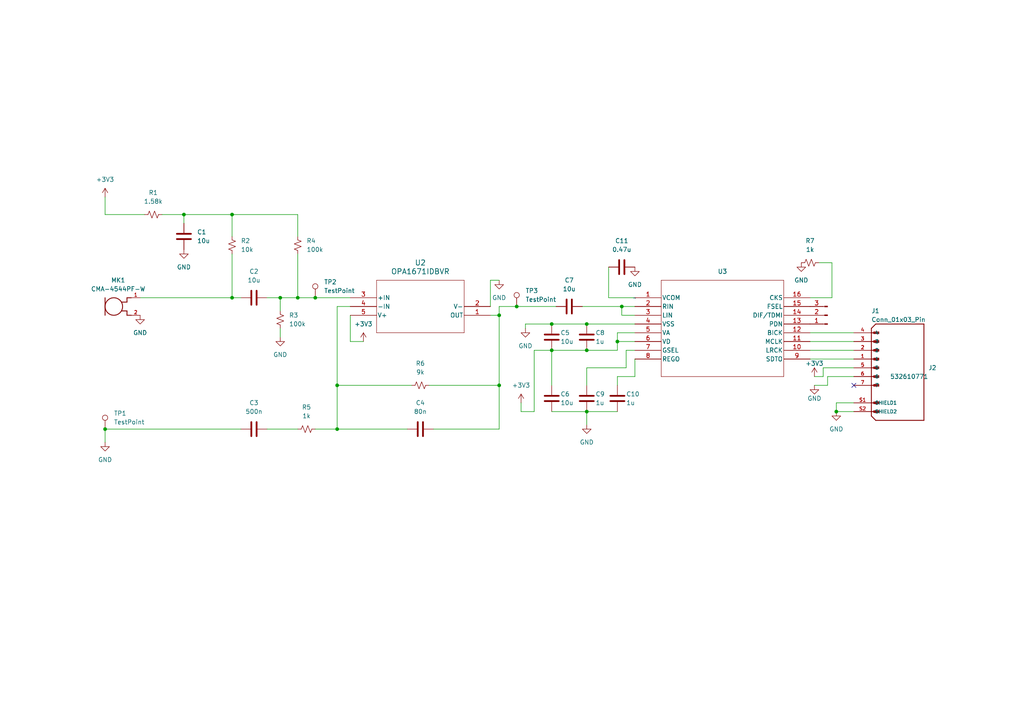
<source format=kicad_sch>
(kicad_sch (version 20230121) (generator eeschema)
  (paper "A4")
  (lib_symbols
    (symbol "2024-02-15_23-46-41:OPA1671IDBVR" (pin_names (offset 0.254))
      (property "Reference" "U" (at 20.32 10.16 0))
      (property "Value" "OPA1671IDBVR" (at 20.32 7.62 0))
      (symbol "OPA1671IDBVR_0_1"
        (polyline (pts (xy 7.62 -10.16) (xy 33.02 -10.16)) (stroke (width 0.127)))
        (polyline (pts (xy 7.62 5.08) (xy 7.62 -10.16)) (stroke (width 0.127)))
        (polyline (pts (xy 33.02 -10.16) (xy 33.02 5.08)) (stroke (width 0.127)))
        (polyline (pts (xy 33.02 5.08) (xy 7.62 5.08)) (stroke (width 0.127)))
        (pin output line (at 0 0 0) (length 7.62) (name "OUT") (number "1"))
        (pin power_in line (at 0 -2.54 0) (length 7.62) (name "V-") (number "2"))
        (pin input line (at 40.64 -5.08 180) (length 7.62) (name "+IN") (number "3"))
        (pin input line (at 40.64 -2.54 180) (length 7.62) (name "-IN") (number "4"))
        (pin power_in line (at 40.64 0 180) (length 7.62) (name "V+") (number "5"))
      )
    )
    (symbol "532610771:532610771" (pin_names (offset 1.016))
      (property "Reference" "J2" (at 8.89 0 0))
      (property "Value" "532610771" (at 8.89 -2.54 0))
      (symbol "532610771_0_0"
        (rectangle (start -6.985 -13.0175) (end -5.3975 -12.3825) (stroke (width 0.1)) (fill (type outline)))
        (rectangle (start -6.985 -10.4775) (end -5.3975 -9.8425) (stroke (width 0.1)) (fill (type outline)))
        (rectangle (start -6.985 -5.3975) (end -5.3975 -4.7625) (stroke (width 0.1)) (fill (type outline)))
        (rectangle (start -6.985 -2.8575) (end -5.3975 -2.2225) (stroke (width 0.1)) (fill (type outline)))
        (rectangle (start -6.985 -0.3175) (end -5.3975 0.3175) (stroke (width 0.1)) (fill (type outline)))
        (rectangle (start -6.985 2.2225) (end -5.3975 2.8575) (stroke (width 0.1)) (fill (type outline)))
        (rectangle (start -6.985 4.7625) (end -5.3975 5.3975) (stroke (width 0.1)) (fill (type outline)))
        (rectangle (start -6.985 7.3025) (end -5.3975 7.9375) (stroke (width 0.1)) (fill (type outline)))
        (rectangle (start -6.985 9.8425) (end -5.3975 10.4775) (stroke (width 0.1)) (fill (type outline)))
        (polyline (pts (xy -7.62 -13.97) (xy -6.35 -15.24)) (stroke (width 0.254)))
        (polyline (pts (xy -7.62 -12.7) (xy -5.715 -12.7)) (stroke (width 0.254)))
        (polyline (pts (xy -7.62 -10.16) (xy -5.715 -10.16)) (stroke (width 0.254)))
        (polyline (pts (xy -7.62 -5.08) (xy -5.715 -5.08)) (stroke (width 0.254)))
        (polyline (pts (xy -7.62 -2.54) (xy -5.715 -2.54)) (stroke (width 0.254)))
        (polyline (pts (xy -7.62 0) (xy -5.715 0)) (stroke (width 0.254)))
        (polyline (pts (xy -7.62 2.54) (xy -5.715 2.54)) (stroke (width 0.254)))
        (polyline (pts (xy -7.62 5.08) (xy -5.715 5.08)) (stroke (width 0.254)))
        (polyline (pts (xy -7.62 7.62) (xy -5.715 7.62)) (stroke (width 0.254)))
        (polyline (pts (xy -7.62 10.16) (xy -5.715 10.16)) (stroke (width 0.254)))
        (polyline (pts (xy -7.62 11.43) (xy -7.62 -13.97)) (stroke (width 0.254)))
        (polyline (pts (xy -7.62 11.43) (xy -6.35 12.7)) (stroke (width 0.254)))
        (polyline (pts (xy -6.35 -15.24) (xy 7.62 -15.24)) (stroke (width 0.254)))
        (polyline (pts (xy 7.62 -15.24) (xy 7.62 12.7)) (stroke (width 0.254)))
        (polyline (pts (xy 7.62 12.7) (xy -6.35 12.7)) (stroke (width 0.254)))
        (pin passive line (at -12.7 0 0) (length 5.08) (name "5") (number "5"))
        (pin passive line (at -12.7 -2.54 0) (length 5.08) (name "6") (number "6"))
        (pin passive line (at -12.7 -5.08 0) (length 5.08) (name "7") (number "7"))
        (pin passive line (at -12.7 -10.16 0) (length 5.08) (name "SHIELD1") (number "S1"))
        (pin passive line (at -12.7 -12.7 0) (length 5.08) (name "SHIELD2") (number "S2"))
      )
      (symbol "532610771_1_0"
        (pin passive line (at -12.7 2.54 0) (length 5.08) (name "1") (number "1"))
        (pin passive line (at -12.7 5.08 0) (length 5.08) (name "2") (number "2"))
        (pin passive line (at -12.7 7.62 0) (length 5.08) (name "3") (number "3"))
        (pin passive line (at -12.7 10.16 0) (length 5.08) (name "4") (number "4"))
      )
    )
    (symbol "ADC:AK5720VT" (pin_names (offset 0.254))
      (property "Reference" "U" (at 25.4 10.16 0))
      (property "Value" "AK5720VT" (at 25.4 7.62 0))
      (symbol "AK5720VT_0_1"
        (polyline (pts (xy 7.62 -22.86) (xy 43.18 -22.86)) (stroke (width 0.127)))
        (polyline (pts (xy 7.62 5.08) (xy 7.62 -22.86)) (stroke (width 0.127)))
        (polyline (pts (xy 43.18 -22.86) (xy 43.18 5.08)) (stroke (width 0.127)))
        (polyline (pts (xy 43.18 5.08) (xy 7.62 5.08)) (stroke (width 0.127)))
        (pin unspecified line (at 0 0 0) (length 7.62) (name "VCOM") (number "1"))
        (pin unspecified line (at 50.8 -15.24 180) (length 7.62) (name "LRCK") (number "10"))
        (pin unspecified line (at 50.8 -12.7 180) (length 7.62) (name "MCLK") (number "11"))
        (pin unspecified line (at 50.8 -10.16 180) (length 7.62) (name "BICK") (number "12"))
        (pin unspecified line (at 50.8 -7.62 180) (length 7.62) (name "PDN") (number "13"))
        (pin unspecified line (at 50.8 -5.08 180) (length 7.62) (name "DIF/TDMI") (number "14"))
        (pin unspecified line (at 50.8 -2.54 180) (length 7.62) (name "FSEL") (number "15"))
        (pin unspecified line (at 50.8 0 180) (length 7.62) (name "CKS") (number "16"))
        (pin unspecified line (at 0 -2.54 0) (length 7.62) (name "RIN") (number "2"))
        (pin unspecified line (at 0 -5.08 0) (length 7.62) (name "LIN") (number "3"))
        (pin power_out line (at 0 -7.62 0) (length 7.62) (name "VSS") (number "4"))
        (pin unspecified line (at 0 -10.16 0) (length 7.62) (name "VA") (number "5"))
        (pin unspecified line (at 0 -12.7 0) (length 7.62) (name "VD") (number "6"))
        (pin unspecified line (at 0 -15.24 0) (length 7.62) (name "GSEL") (number "7"))
        (pin unspecified line (at 0 -17.78 0) (length 7.62) (name "REGO") (number "8"))
        (pin unspecified line (at 50.8 -17.78 180) (length 7.62) (name "SDTO") (number "9"))
      )
    )
    (symbol "CMA-4544PF-W:CMA-4544PF-W" (pin_names (offset 1.016))
      (property "Reference" "MK" (at -2.5409 3.8113 0))
      (property "Value" "CMA-4544PF-W" (at -2.5411 -6.3527 0))
      (symbol "CMA-4544PF-W_0_0"
        (polyline (pts (xy -2.54 2.54) (xy -2.54 -2.54)) (stroke (width 0.254)))
        (polyline (pts (xy 3.81 -2.54) (xy 3.81 -1.27)) (stroke (width 0.254)))
        (polyline (pts (xy 3.81 -1.27) (xy 2.2352 -1.27)) (stroke (width 0.254)))
        (polyline (pts (xy 3.81 1.27) (xy 2.2352 1.27)) (stroke (width 0.254)))
        (polyline (pts (xy 3.81 2.54) (xy 3.81 1.27)) (stroke (width 0.254)))
        (polyline (pts (xy 5.08 -2.54) (xy 3.81 -2.54)) (stroke (width 0.254)))
        (polyline (pts (xy 5.08 2.54) (xy 3.81 2.54)) (stroke (width 0.254)))
        (circle (center 0 0) (radius 2.54) (stroke (width 0.254)))
        (pin output line (at 7.62 2.54 180) (length 2.54) (name "~") (number "1"))
        (pin power_in line (at 7.62 -2.54 180) (length 2.54) (name "~") (number "2"))
      )
    )
    (symbol "Connector:Conn_01x03_Pin" (pin_names (offset 1.016) hide)
      (property "Reference" "J" (at 0 5.08 0))
      (property "Value" "Conn_01x03_Pin" (at 0 -5.08 0))
      (symbol "Conn_01x03_Pin_1_1"
        (polyline (pts (xy 1.27 -2.54) (xy 0.8636 -2.54)) (stroke (width 0.1524)))
        (polyline (pts (xy 1.27 0) (xy 0.8636 0)) (stroke (width 0.1524)))
        (polyline (pts (xy 1.27 2.54) (xy 0.8636 2.54)) (stroke (width 0.1524)))
        (rectangle (start 0.8636 -2.413) (end 0 -2.667) (stroke (width 0.1524)) (fill (type outline)))
        (rectangle (start 0.8636 0.127) (end 0 -0.127) (stroke (width 0.1524)) (fill (type outline)))
        (rectangle (start 0.8636 2.667) (end 0 2.413) (stroke (width 0.1524)) (fill (type outline)))
        (pin passive line (at 5.08 2.54 180) (length 3.81) (name "Pin_1") (number "1"))
        (pin passive line (at 5.08 0 180) (length 3.81) (name "Pin_2") (number "2"))
        (pin passive line (at 5.08 -2.54 180) (length 3.81) (name "Pin_3") (number "3"))
      )
    )
    (symbol "Connector:TestPoint" (pin_numbers hide) (pin_names (offset 0.762) hide)
      (property "Reference" "TP" (at 0 6.858 0))
      (property "Value" "TestPoint" (at 0 5.08 0))
      (symbol "TestPoint_0_1"
        (circle (center 0 3.302) (radius 0.762))
      )
      (symbol "TestPoint_1_1"
        (pin passive line (at 0 0 90) (length 2.54) (name "1") (number "1"))
      )
    )
    (symbol "Device:C" (pin_numbers hide) (pin_names (offset 0.254))
      (property "Reference" "C" (at 0.635 2.54 0))
      (property "Value" "C" (at 0.635 -2.54 0))
      (symbol "C_0_1"
        (polyline (pts (xy -2.032 -0.762) (xy 2.032 -0.762)) (stroke (width 0.508)))
        (polyline (pts (xy -2.032 0.762) (xy 2.032 0.762)) (stroke (width 0.508)))
      )
      (symbol "C_1_1"
        (pin passive line (at 0 3.81 270) (length 2.794) (name "~") (number "1"))
        (pin passive line (at 0 -3.81 90) (length 2.794) (name "~") (number "2"))
      )
    )
    (symbol "Device:R_Small_US" (pin_numbers hide) (pin_names (offset 0.254) hide)
      (property "Reference" "R" (at 0.762 0.508 0))
      (property "Value" "R_Small_US" (at 0.762 -1.016 0))
      (symbol "R_Small_US_1_1"
        (polyline (pts (xy 0 0) (xy 1.016 -0.381) (xy 0 -0.762) (xy -1.016 -1.143) (xy 0 -1.524)))
        (polyline (pts (xy 0 1.524) (xy 1.016 1.143) (xy 0 0.762) (xy -1.016 0.381) (xy 0 0)))
        (pin passive line (at 0 2.54 270) (length 1.016) (name "~") (number "1"))
        (pin passive line (at 0 -2.54 90) (length 1.016) (name "~") (number "2"))
      )
    )
    (symbol "power:+3V3" (power) (pin_names (offset 0))
      (property "Value" "+3V3" (at 0 3.556 0))
      (symbol "+3V3_0_1"
        (polyline (pts (xy -0.762 1.27) (xy 0 2.54)))
        (polyline (pts (xy 0 0) (xy 0 2.54)))
        (polyline (pts (xy 0 2.54) (xy 0.762 1.27)))
      )
      (symbol "+3V3_1_1"
        (pin power_in line (at 0 0 90) (length 0) hide (name "+3V3") (number "1"))
      )
    )
    (symbol "power:GND" (power) (pin_names (offset 0))
      (property "Value" "GND" (at 0 -3.81 0))
      (symbol "GND_0_1"
        (polyline (pts (xy 0 0) (xy 0 -1.27) (xy 1.27 -1.27) (xy 0 -2.54) (xy -1.27 -1.27) (xy 0 -1.27)))
      )
      (symbol "GND_1_1"
        (pin power_in line (at 0 0 270) (length 0) hide (name "GND") (number "1"))
      )
    )
  )
  (junction (at 242.57 119.38))
  (junction (at 179.07 99.06))
  (junction (at 67.31 62.23))
  (junction (at 97.79 124.46))
  (junction (at 30.48 124.46))
  (junction (at 180.34 88.9))
  (junction (at 160.02 93.98))
  (junction (at 144.78 91.44))
  (junction (at 144.78 111.76))
  (junction (at 149.86 88.9))
  (junction (at 91.44 86.36))
  (junction (at 81.28 86.36))
  (junction (at 170.18 119.38))
  (junction (at 67.31 86.36))
  (junction (at 160.02 101.6))
  (junction (at 53.34 62.23))
  (junction (at 170.18 101.6))
  (junction (at 86.36 86.36))
  (junction (at 97.79 111.76))
  (junction (at 170.18 93.98))
  (no_connect (at 247.65 111.76))
  (wire (pts (xy 170.18 93.98) (xy 184.15 93.98)))
  (wire (pts (xy 124.46 111.76) (xy 144.78 111.76)))
  (wire (pts (xy 234.95 86.36) (xy 241.3 86.36)))
  (wire (pts (xy 67.31 73.66) (xy 67.31 86.36)))
  (wire (pts (xy 151.13 116.84) (xy 151.13 119.38)))
  (wire (pts (xy 240.03 109.22) (xy 247.65 109.22)))
  (wire (pts (xy 179.07 99.06) (xy 179.07 101.6)))
  (wire (pts (xy 176.53 77.47) (xy 176.53 86.36)))
  (wire (pts (xy 30.48 124.46) (xy 69.85 124.46)))
  (wire (pts (xy 247.65 99.06) (xy 234.95 99.06)))
  (wire (pts (xy 119.38 111.76) (xy 97.79 111.76)))
  (wire (pts (xy 97.79 88.9) (xy 97.79 111.76)))
  (wire (pts (xy 86.36 73.66) (xy 86.36 86.36)))
  (wire (pts (xy 101.6 99.06) (xy 101.6 91.44)))
  (wire (pts (xy 179.07 109.22) (xy 179.07 111.76)))
  (wire (pts (xy 144.78 111.76) (xy 144.78 91.44)))
  (wire (pts (xy 240.03 111.76) (xy 240.03 109.22)))
  (wire (pts (xy 125.73 124.46) (xy 144.78 124.46)))
  (wire (pts (xy 81.28 86.36) (xy 81.28 90.17)))
  (wire (pts (xy 247.65 116.84) (xy 242.57 116.84)))
  (wire (pts (xy 160.02 101.6) (xy 160.02 111.76)))
  (wire (pts (xy 184.15 96.52) (xy 179.07 96.52)))
  (wire (pts (xy 180.34 88.9) (xy 184.15 88.9)))
  (wire (pts (xy 81.28 86.36) (xy 86.36 86.36)))
  (wire (pts (xy 170.18 119.38) (xy 179.07 119.38)))
  (wire (pts (xy 180.34 91.44) (xy 180.34 88.9)))
  (wire (pts (xy 247.65 96.52) (xy 234.95 96.52)))
  (wire (pts (xy 236.22 111.76) (xy 240.03 111.76)))
  (wire (pts (xy 176.53 86.36) (xy 184.15 86.36)))
  (wire (pts (xy 67.31 68.58) (xy 67.31 62.23)))
  (wire (pts (xy 241.3 86.36) (xy 241.3 76.2)))
  (wire (pts (xy 144.78 124.46) (xy 144.78 111.76)))
  (wire (pts (xy 101.6 88.9) (xy 97.79 88.9)))
  (wire (pts (xy 170.18 119.38) (xy 170.18 123.19)))
  (wire (pts (xy 30.48 57.15) (xy 30.48 62.23)))
  (wire (pts (xy 154.94 101.6) (xy 160.02 101.6)))
  (wire (pts (xy 154.94 101.6) (xy 154.94 119.38)))
  (wire (pts (xy 67.31 62.23) (xy 53.34 62.23)))
  (wire (pts (xy 142.24 91.44) (xy 144.78 91.44)))
  (wire (pts (xy 160.02 119.38) (xy 170.18 119.38)))
  (wire (pts (xy 67.31 86.36) (xy 69.85 86.36)))
  (wire (pts (xy 242.57 119.38) (xy 247.65 119.38)))
  (wire (pts (xy 91.44 124.46) (xy 97.79 124.46)))
  (wire (pts (xy 179.07 101.6) (xy 170.18 101.6)))
  (wire (pts (xy 142.24 81.28) (xy 142.24 88.9)))
  (wire (pts (xy 238.76 106.68) (xy 247.65 106.68)))
  (wire (pts (xy 40.64 86.36) (xy 67.31 86.36)))
  (wire (pts (xy 67.31 62.23) (xy 86.36 62.23)))
  (wire (pts (xy 46.99 62.23) (xy 53.34 62.23)))
  (wire (pts (xy 152.4 93.98) (xy 152.4 95.25)))
  (wire (pts (xy 86.36 62.23) (xy 86.36 68.58)))
  (wire (pts (xy 81.28 95.25) (xy 81.28 97.79)))
  (wire (pts (xy 144.78 88.9) (xy 149.86 88.9)))
  (wire (pts (xy 105.41 99.06) (xy 101.6 99.06)))
  (wire (pts (xy 179.07 96.52) (xy 179.07 99.06)))
  (wire (pts (xy 236.22 109.22) (xy 238.76 109.22)))
  (wire (pts (xy 238.76 109.22) (xy 238.76 106.68)))
  (wire (pts (xy 170.18 106.68) (xy 170.18 111.76)))
  (wire (pts (xy 30.48 124.46) (xy 30.48 128.27)))
  (wire (pts (xy 160.02 93.98) (xy 170.18 93.98)))
  (wire (pts (xy 154.94 119.38) (xy 151.13 119.38)))
  (wire (pts (xy 184.15 101.6) (xy 181.61 101.6)))
  (wire (pts (xy 181.61 101.6) (xy 181.61 106.68)))
  (wire (pts (xy 184.15 109.22) (xy 179.07 109.22)))
  (wire (pts (xy 144.78 88.9) (xy 144.78 91.44)))
  (wire (pts (xy 184.15 91.44) (xy 180.34 91.44)))
  (wire (pts (xy 149.86 88.9) (xy 161.29 88.9)))
  (wire (pts (xy 41.91 62.23) (xy 30.48 62.23)))
  (wire (pts (xy 247.65 101.6) (xy 234.95 101.6)))
  (wire (pts (xy 77.47 124.46) (xy 86.36 124.46)))
  (wire (pts (xy 97.79 111.76) (xy 97.79 124.46)))
  (wire (pts (xy 97.79 124.46) (xy 118.11 124.46)))
  (wire (pts (xy 53.34 62.23) (xy 53.34 64.77)))
  (wire (pts (xy 142.24 81.28) (xy 144.78 81.28)))
  (wire (pts (xy 86.36 86.36) (xy 91.44 86.36)))
  (wire (pts (xy 247.65 104.14) (xy 234.95 104.14)))
  (wire (pts (xy 168.91 88.9) (xy 180.34 88.9)))
  (wire (pts (xy 160.02 101.6) (xy 170.18 101.6)))
  (wire (pts (xy 77.47 86.36) (xy 81.28 86.36)))
  (wire (pts (xy 152.4 93.98) (xy 160.02 93.98)))
  (wire (pts (xy 181.61 106.68) (xy 170.18 106.68)))
  (wire (pts (xy 184.15 104.14) (xy 184.15 109.22)))
  (wire (pts (xy 242.57 116.84) (xy 242.57 119.38)))
  (wire (pts (xy 91.44 86.36) (xy 101.6 86.36)))
  (wire (pts (xy 241.3 76.2) (xy 237.49 76.2)))
  (wire (pts (xy 184.15 99.06) (xy 179.07 99.06)))
  (symbol (lib_id "Device:C") (at 73.66 124.46 90) (unit 1)
    (property "Reference" "C3" (at 73.66 116.84 90))
    (property "Value" "500n" (at 73.66 119.38 90))
    (property "Footprint" "Capacitor_SMD:C_0805_2012Metric" (effects hide))
  )
  (symbol (lib_id "power:+3V3") (at 30.48 57.15 0) (unit 1)
    (property "Reference" "#PWR01" (effects hide))
    (property "Value" "+3V3" (at 30.48 52.07 0))
  )
  (symbol (lib_id "Device:R_Small_US") (at 67.31 71.12 0) (unit 1)
    (property "Reference" "R2" (at 69.85 69.85 0) (effects (justify left)))
    (property "Value" "10k" (at 69.85 72.39 0) (effects (justify left)))
    (property "Footprint" "Resistor_SMD:R_0805_2012Metric" (effects hide))
  )
  (symbol (lib_id "Device:C") (at 170.18 115.57 0) (unit 1)
    (property "Reference" "C9" (at 172.72 114.3 0) (effects (justify left)))
    (property "Value" "1u" (at 172.72 116.84 0) (effects (justify left)))
    (property "Footprint" "Capacitor_SMD:C_0805_2012Metric" (effects hide))
  )
  (symbol (lib_id "Device:C") (at 53.34 68.58 0) (unit 1)
    (property "Reference" "C1" (at 57.15 67.31 0) (effects (justify left)))
    (property "Value" "10u" (at 57.15 69.85 0) (effects (justify left)))
    (property "Footprint" "Capacitor_SMD:C_0805_2012Metric" (effects hide))
  )
  (symbol (lib_id "2024-02-15_23-46-41:OPA1671IDBVR") (at 142.24 91.44 180) (unit 1)
    (property "Reference" "U2" (at 121.92 76.2 0) (effects (font (size 1.524 1.524))))
    (property "Value" "OPA1671IDBVR" (at 121.92 78.74 0) (effects (font (size 1.524 1.524))))
    (property "Footprint" "cstar_mic_footprints:SOT23-DBV5_TEX-L" (effects hide))
    (property "Datasheet" "OPA1671IDBVR" (effects hide))
  )
  (symbol (lib_id "Device:C") (at 170.18 97.79 0) (unit 1)
    (property "Reference" "C8" (at 172.72 96.52 0) (effects (justify left)))
    (property "Value" "1u" (at 172.72 99.06 0) (effects (justify left)))
    (property "Footprint" "Capacitor_SMD:C_0805_2012Metric" (effects hide))
  )
  (symbol (lib_id "power:GND") (at 232.41 76.2 0) (unit 1)
    (property "Reference" "#PWR012" (effects hide))
    (property "Value" "GND" (at 232.41 81.28 0))
  )
  (symbol (lib_id "Device:C") (at 73.66 86.36 90) (unit 1)
    (property "Reference" "C2" (at 73.66 78.74 90))
    (property "Value" "10u" (at 73.66 81.28 90))
    (property "Footprint" "Capacitor_SMD:C_0805_2012Metric" (effects hide))
  )
  (symbol (lib_id "power:GND") (at 242.57 119.38 0) (unit 1)
    (property "Reference" "#PWR015" (effects hide))
    (property "Value" "GND" (at 242.57 124.46 0))
  )
  (symbol (lib_id "Device:R_Small_US") (at 234.95 76.2 90) (unit 1)
    (property "Reference" "R7" (at 234.95 69.85 90))
    (property "Value" "1k" (at 234.95 72.39 90))
    (property "Footprint" "Resistor_SMD:R_0805_2012Metric" (effects hide))
  )
  (symbol (lib_id "power:GND") (at 144.78 81.28 0) (unit 1)
    (property "Reference" "#PWR07" (effects hide))
    (property "Value" "GND" (at 144.78 86.36 0))
  )
  (symbol (lib_id "power:GND") (at 30.48 128.27 0) (unit 1)
    (property "Reference" "#PWR03" (effects hide))
    (property "Value" "GND" (at 30.48 133.35 0))
  )
  (symbol (lib_id "Device:R_Small_US") (at 88.9 124.46 270) (unit 1)
    (property "Reference" "R5" (at 88.9 118.11 90))
    (property "Value" "1k" (at 88.9 120.65 90))
    (property "Footprint" "Resistor_SMD:R_0805_2012Metric" (effects hide))
  )
  (symbol (lib_id "Connector:TestPoint") (at 149.86 88.9 0) (unit 1)
    (property "Reference" "TP3" (at 152.4 84.328 0) (effects (justify left)))
    (property "Value" "TestPoint" (at 152.4 86.868 0) (effects (justify left)))
    (property "Footprint" "TestPoint:TestPoint_Pad_D1.0mm" (effects hide))
  )
  (symbol (lib_id "Device:C") (at 165.1 88.9 90) (unit 1)
    (property "Reference" "C7" (at 165.1 81.28 90))
    (property "Value" "10u" (at 165.1 83.82 90))
    (property "Footprint" "Capacitor_SMD:C_0805_2012Metric" (effects hide))
  )
  (symbol (lib_id "power:GND") (at 236.22 111.76 0) (unit 1)
    (property "Reference" "#PWR014" (effects hide))
    (property "Value" "GND" (at 236.22 115.57 0))
  )
  (symbol (lib_id "power:GND") (at 170.18 123.19 0) (unit 1)
    (property "Reference" "#PWR010" (effects hide))
    (property "Value" "GND" (at 170.18 128.27 0))
  )
  (symbol (lib_id "CMA-4544PF-W:CMA-4544PF-W") (at 33.02 88.9 0) (unit 1)
    (property "Reference" "MK1" (at 34.29 81.28 0))
    (property "Value" "CMA-4544PF-W" (at 34.29 83.82 0))
    (property "Footprint" "cstar_mic_footprints:MIC_CMA-4544PF-W" (effects hide))
    (property "MF" "CUI Inc." (effects hide))
    (property "DESCRIPTION" "9.7 mm, Omnidirectional, PCB Mount, 3.0 Vdc, Electret Condenser Microphone" (effects hide))
    (property "PACKAGE" "6-DIP-6 CUI" (effects hide))
    (property "PRICE" "None" (effects hide))
    (property "CUI_PURCHASE_URL" "https://www.cui.com/product/audio/microphones/electret-condenser-microphones/cma-4544pf-w?utm_source=snapeda.com&utm_medium=referral&utm_campaign=snapedaBOM" (effects hide))
    (property "MP" "CMA-4544PF-W" (effects hide))
    (property "AVAILABILITY" "Unavailable" (effects hide))
  )
  (symbol (lib_id "power:GND") (at 81.28 97.79 0) (unit 1)
    (property "Reference" "#PWR05" (effects hide))
    (property "Value" "GND" (at 81.28 102.87 0))
  )
  (symbol (lib_id "power:GND") (at 40.64 91.44 0) (unit 1)
    (property "Reference" "#PWR02" (effects hide))
    (property "Value" "GND" (at 40.64 96.52 0))
  )
  (symbol (lib_id "power:GND") (at 152.4 95.25 0) (unit 1)
    (property "Reference" "#PWR09" (effects hide))
    (property "Value" "GND" (at 152.4 100.33 0))
  )
  (symbol (lib_id "power:+3V3") (at 105.41 99.06 0) (unit 1)
    (property "Reference" "#PWR06" (effects hide))
    (property "Value" "+3V3" (at 105.41 93.98 0))
  )
  (symbol (lib_id "Connector:TestPoint") (at 91.44 86.36 0) (unit 1)
    (property "Reference" "TP2" (at 93.98 81.788 0) (effects (justify left)))
    (property "Value" "TestPoint" (at 93.98 84.328 0) (effects (justify left)))
    (property "Footprint" "TestPoint:TestPoint_Pad_D1.0mm" (effects hide))
  )
  (symbol (lib_id "Device:R_Small_US") (at 44.45 62.23 270) (unit 1)
    (property "Reference" "R1" (at 44.45 55.88 90))
    (property "Value" "1.58k" (at 44.45 58.42 90))
    (property "Footprint" "Resistor_SMD:R_0805_2012Metric" (effects hide))
  )
  (symbol (lib_id "power:+3V3") (at 236.22 109.22 0) (unit 1)
    (property "Reference" "#PWR013" (effects hide))
    (property "Value" "+3V3" (at 236.22 105.41 0))
  )
  (symbol (lib_id "Device:C") (at 160.02 97.79 0) (unit 1)
    (property "Reference" "C5" (at 162.56 96.52 0) (effects (justify left)))
    (property "Value" "10u" (at 162.56 99.06 0) (effects (justify left)))
    (property "Footprint" "Capacitor_SMD:C_0805_2012Metric" (effects hide))
  )
  (symbol (lib_id "power:GND") (at 53.34 72.39 0) (unit 1)
    (property "Reference" "#PWR04" (effects hide))
    (property "Value" "GND" (at 53.34 77.47 0))
  )
  (symbol (lib_id "Device:C") (at 179.07 115.57 0) (unit 1)
    (property "Reference" "C10" (at 181.61 114.3 0) (effects (justify left)))
    (property "Value" "1u" (at 181.61 116.84 0) (effects (justify left)))
    (property "Footprint" "Capacitor_SMD:C_0805_2012Metric" (effects hide))
  )
  (symbol (lib_id "Device:R_Small_US") (at 86.36 71.12 0) (unit 1)
    (property "Reference" "R4" (at 88.9 69.85 0) (effects (justify left)))
    (property "Value" "100k" (at 88.9 72.39 0) (effects (justify left)))
    (property "Footprint" "Resistor_SMD:R_0805_2012Metric" (effects hide))
  )
  (symbol (lib_id "Device:C") (at 121.92 124.46 90) (unit 1)
    (property "Reference" "C4" (at 121.92 116.84 90))
    (property "Value" "80n" (at 121.92 119.38 90))
    (property "Footprint" "Capacitor_SMD:C_0805_2012Metric" (effects hide))
  )
  (symbol (lib_id "Device:C") (at 160.02 115.57 0) (unit 1)
    (property "Reference" "C6" (at 162.56 114.3 0) (effects (justify left)))
    (property "Value" "10u" (at 162.56 116.84 0) (effects (justify left)))
    (property "Footprint" "Capacitor_SMD:C_0805_2012Metric" (effects hide))
  )
  (symbol (lib_id "532610771:532610771") (at 260.35 106.68 0) (unit 1)
    (property "Reference" "J2" (at 269.24 106.68 0) (effects (justify left)))
    (property "Value" "532610771" (at 269.24 109.22 0) (effects (justify right)))
    (property "Footprint" "cstar_mic_footprints:MOLEX_532610771" (effects hide))
    (property "DigiKey_Part_Number" "WM7625TR-ND" (effects hide))
    (property "MF" "Molex" (effects hide))
    (property "MAXIMUM_PACKAGE_HEIGHT" "3.4 mm" (effects hide))
    (property "Package" "None" (effects hide))
    (property "Check_prices" "https://www.snapeda.com/parts/0532610771/Molex/view-part/?ref=eda" (effects hide))
    (property "STANDARD" "Manufacturer Recommendations" (effects hide))
    (property "PARTREV" "J" (effects hide))
    (property "SnapEDA_Link" "https://www.snapeda.com/parts/0532610771/Molex/view-part/?ref=snap" (effects hide))
    (property "MP" "0532610771" (effects hide))
    (property "Purchase-URL" "https://www.snapeda.com/api/url_track_click_mouser/?unipart_id=577144&manufacturer=Molex&part_name=0532610771&search_term=None" (effects hide))
    (property "Description" "\nPicoblade Connector, 7 Circuit Single Row, Right Angle Surface Mount SMT PCB\n" (effects hide))
    (property "MANUFACTURER" "Molex" (effects hide))
  )
  (symbol (lib_id "Connector:TestPoint") (at 30.48 124.46 0) (unit 1)
    (property "Reference" "TP1" (at 33.02 119.888 0) (effects (justify left)))
    (property "Value" "TestPoint" (at 33.02 122.428 0) (effects (justify left)))
    (property "Footprint" "TestPoint:TestPoint_Pad_D1.0mm" (effects hide))
  )
  (symbol (lib_id "Device:C") (at 180.34 77.47 90) (unit 1)
    (property "Reference" "C11" (at 180.34 69.85 90))
    (property "Value" "0.47u" (at 180.34 72.39 90))
    (property "Footprint" "Capacitor_SMD:C_0805_2012Metric" (effects hide))
  )
  (symbol (lib_id "Connector:Conn_01x03_Pin") (at 240.03 91.44 180) (unit 1)
    (property "Reference" "J1" (at 252.73 90.17 0) (effects (justify right)))
    (property "Value" "Conn_01x03_Pin" (at 252.73 92.71 0) (effects (justify right)))
    (property "Footprint" "Connector_PinHeader_2.54mm:PinHeader_1x03_P2.54mm_Vertical" (effects hide))
  )
  (symbol (lib_id "Device:R_Small_US") (at 121.92 111.76 270) (unit 1)
    (property "Reference" "R6" (at 121.92 105.41 90))
    (property "Value" "9k" (at 121.92 107.95 90))
    (property "Footprint" "Resistor_SMD:R_0805_2012Metric" (effects hide))
  )
  (symbol (lib_id "power:+3V3") (at 151.13 116.84 0) (unit 1)
    (property "Reference" "#PWR08" (effects hide))
    (property "Value" "+3V3" (at 151.13 111.76 0))
  )
  (symbol (lib_id "ADC:AK5720VT") (at 184.15 86.36 0) (unit 1)
    (property "Reference" "U3" (at 209.55 78.74 0))
    (property "Value" "~" (at 184.15 86.36 0))
    (property "Footprint" "cstar_mic_footprints:SOIC_AK5720_AKM-L" (effects hide))
    (property "Datasheet" "AK5720VT" (effects hide))
  )
  (symbol (lib_id "power:GND") (at 184.15 77.47 0) (unit 1)
    (property "Reference" "#PWR011" (effects hide))
    (property "Value" "GND" (at 184.15 82.55 0))
  )
  (symbol (lib_id "Device:R_Small_US") (at 81.28 92.71 0) (unit 1)
    (property "Reference" "R3" (at 83.82 91.44 0) (effects (justify left)))
    (property "Value" "100k" (at 83.82 93.98 0) (effects (justify left)))
    (property "Footprint" "Resistor_SMD:R_0805_2012Metric" (effects hide))
  )
)
</source>
